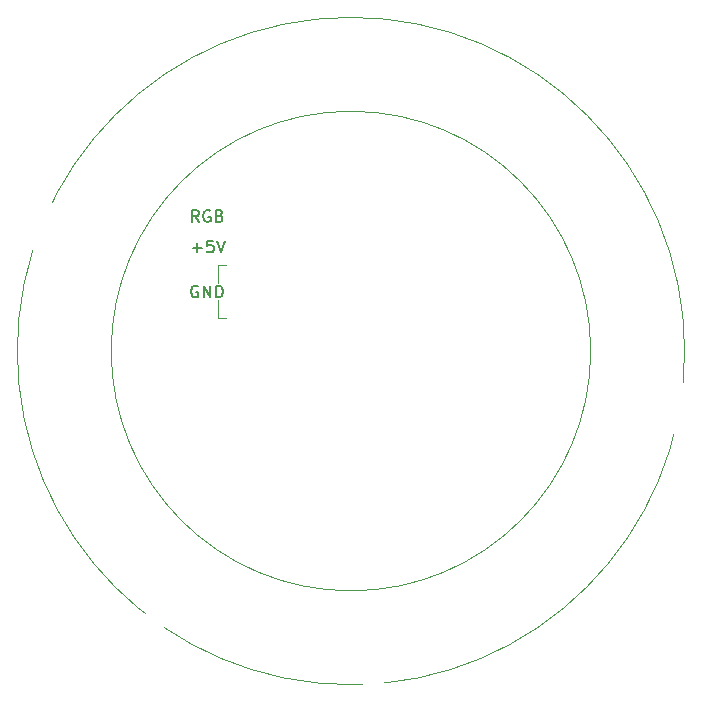
<source format=gbr>
%TF.GenerationSoftware,KiCad,Pcbnew,7.0.6*%
%TF.CreationDate,2023-07-27T21:49:21+01:00*%
%TF.ProjectId,Kiwano,4b697761-6e6f-42e6-9b69-6361645f7063,V1.0*%
%TF.SameCoordinates,Original*%
%TF.FileFunction,Legend,Top*%
%TF.FilePolarity,Positive*%
%FSLAX46Y46*%
G04 Gerber Fmt 4.6, Leading zero omitted, Abs format (unit mm)*
G04 Created by KiCad (PCBNEW 7.0.6) date 2023-07-27 21:49:21*
%MOMM*%
%LPD*%
G01*
G04 APERTURE LIST*
%ADD10C,0.120000*%
%ADD11C,0.150000*%
%ADD12C,0.100000*%
%ADD13C,1.152000*%
%ADD14C,6.000000*%
%ADD15C,2.200000*%
%ADD16C,4.000000*%
%ADD17C,4.200000*%
%ADD18C,2.000000*%
%ADD19C,4.400000*%
%ADD20C,3.200000*%
%ADD21C,1.700000*%
%ADD22O,1.700000X1.700000*%
%ADD23R,1.700000X1.700000*%
%ADD24R,1.200000X1.200000*%
%ADD25C,1.200000*%
G04 APERTURE END LIST*
D10*
X64400013Y-57179989D02*
X63700007Y-57179993D01*
X63700007Y-57179993D02*
X63700009Y-55700002D01*
X64400009Y-52729994D02*
X63700007Y-52729991D01*
X63699998Y-54200000D02*
X63700003Y-52729994D01*
D11*
X62038091Y-54502439D02*
X61942853Y-54454820D01*
X61942853Y-54454820D02*
X61799996Y-54454820D01*
X61799996Y-54454820D02*
X61657139Y-54502439D01*
X61657139Y-54502439D02*
X61561901Y-54597677D01*
X61561901Y-54597677D02*
X61514282Y-54692915D01*
X61514282Y-54692915D02*
X61466663Y-54883391D01*
X61466663Y-54883391D02*
X61466663Y-55026248D01*
X61466663Y-55026248D02*
X61514282Y-55216724D01*
X61514282Y-55216724D02*
X61561901Y-55311962D01*
X61561901Y-55311962D02*
X61657139Y-55407201D01*
X61657139Y-55407201D02*
X61799996Y-55454820D01*
X61799996Y-55454820D02*
X61895234Y-55454820D01*
X61895234Y-55454820D02*
X62038091Y-55407201D01*
X62038091Y-55407201D02*
X62085710Y-55359581D01*
X62085710Y-55359581D02*
X62085710Y-55026248D01*
X62085710Y-55026248D02*
X61895234Y-55026248D01*
X62514282Y-55454820D02*
X62514282Y-54454820D01*
X62514282Y-54454820D02*
X63085710Y-55454820D01*
X63085710Y-55454820D02*
X63085710Y-54454820D01*
X63561901Y-55454820D02*
X63561901Y-54454820D01*
X63561901Y-54454820D02*
X63799996Y-54454820D01*
X63799996Y-54454820D02*
X63942853Y-54502439D01*
X63942853Y-54502439D02*
X64038091Y-54597677D01*
X64038091Y-54597677D02*
X64085710Y-54692915D01*
X64085710Y-54692915D02*
X64133329Y-54883391D01*
X64133329Y-54883391D02*
X64133329Y-55026248D01*
X64133329Y-55026248D02*
X64085710Y-55216724D01*
X64085710Y-55216724D02*
X64038091Y-55311962D01*
X64038091Y-55311962D02*
X63942853Y-55407201D01*
X63942853Y-55407201D02*
X63799996Y-55454820D01*
X63799996Y-55454820D02*
X63561901Y-55454820D01*
X61614284Y-51273866D02*
X62376189Y-51273866D01*
X61995236Y-51654819D02*
X61995236Y-50892914D01*
X63328569Y-50654819D02*
X62852379Y-50654819D01*
X62852379Y-50654819D02*
X62804760Y-51131009D01*
X62804760Y-51131009D02*
X62852379Y-51083390D01*
X62852379Y-51083390D02*
X62947617Y-51035771D01*
X62947617Y-51035771D02*
X63185712Y-51035771D01*
X63185712Y-51035771D02*
X63280950Y-51083390D01*
X63280950Y-51083390D02*
X63328569Y-51131009D01*
X63328569Y-51131009D02*
X63376188Y-51226247D01*
X63376188Y-51226247D02*
X63376188Y-51464342D01*
X63376188Y-51464342D02*
X63328569Y-51559580D01*
X63328569Y-51559580D02*
X63280950Y-51607200D01*
X63280950Y-51607200D02*
X63185712Y-51654819D01*
X63185712Y-51654819D02*
X62947617Y-51654819D01*
X62947617Y-51654819D02*
X62852379Y-51607200D01*
X62852379Y-51607200D02*
X62804760Y-51559580D01*
X63661903Y-50654819D02*
X63995236Y-51654819D01*
X63995236Y-51654819D02*
X64328569Y-50654819D01*
X62109523Y-49054819D02*
X61776190Y-48578628D01*
X61538095Y-49054819D02*
X61538095Y-48054819D01*
X61538095Y-48054819D02*
X61919047Y-48054819D01*
X61919047Y-48054819D02*
X62014285Y-48102438D01*
X62014285Y-48102438D02*
X62061904Y-48150057D01*
X62061904Y-48150057D02*
X62109523Y-48245295D01*
X62109523Y-48245295D02*
X62109523Y-48388152D01*
X62109523Y-48388152D02*
X62061904Y-48483390D01*
X62061904Y-48483390D02*
X62014285Y-48531009D01*
X62014285Y-48531009D02*
X61919047Y-48578628D01*
X61919047Y-48578628D02*
X61538095Y-48578628D01*
X63061904Y-48102438D02*
X62966666Y-48054819D01*
X62966666Y-48054819D02*
X62823809Y-48054819D01*
X62823809Y-48054819D02*
X62680952Y-48102438D01*
X62680952Y-48102438D02*
X62585714Y-48197676D01*
X62585714Y-48197676D02*
X62538095Y-48292914D01*
X62538095Y-48292914D02*
X62490476Y-48483390D01*
X62490476Y-48483390D02*
X62490476Y-48626247D01*
X62490476Y-48626247D02*
X62538095Y-48816723D01*
X62538095Y-48816723D02*
X62585714Y-48911961D01*
X62585714Y-48911961D02*
X62680952Y-49007200D01*
X62680952Y-49007200D02*
X62823809Y-49054819D01*
X62823809Y-49054819D02*
X62919047Y-49054819D01*
X62919047Y-49054819D02*
X63061904Y-49007200D01*
X63061904Y-49007200D02*
X63109523Y-48959580D01*
X63109523Y-48959580D02*
X63109523Y-48626247D01*
X63109523Y-48626247D02*
X62919047Y-48626247D01*
X63871428Y-48531009D02*
X64014285Y-48578628D01*
X64014285Y-48578628D02*
X64061904Y-48626247D01*
X64061904Y-48626247D02*
X64109523Y-48721485D01*
X64109523Y-48721485D02*
X64109523Y-48864342D01*
X64109523Y-48864342D02*
X64061904Y-48959580D01*
X64061904Y-48959580D02*
X64014285Y-49007200D01*
X64014285Y-49007200D02*
X63919047Y-49054819D01*
X63919047Y-49054819D02*
X63538095Y-49054819D01*
X63538095Y-49054819D02*
X63538095Y-48054819D01*
X63538095Y-48054819D02*
X63871428Y-48054819D01*
X63871428Y-48054819D02*
X63966666Y-48102438D01*
X63966666Y-48102438D02*
X64014285Y-48150057D01*
X64014285Y-48150057D02*
X64061904Y-48245295D01*
X64061904Y-48245295D02*
X64061904Y-48340533D01*
X64061904Y-48340533D02*
X64014285Y-48435771D01*
X64014285Y-48435771D02*
X63966666Y-48483390D01*
X63966666Y-48483390D02*
X63871428Y-48531009D01*
X63871428Y-48531009D02*
X63538095Y-48531009D01*
D12*
%TO.C,SW1*%
X95299999Y-60000000D02*
G75*
G03*
X95299999Y-60000000I-20299999J0D01*
G01*
X103250000Y-60000000D02*
G75*
G03*
X103250000Y-60000000I-28250000J0D01*
G01*
%TD*%
%LPC*%
D13*
%TO.C,H2*%
X74999999Y-30000001D03*
%TD*%
%TO.C,H1*%
X100980762Y-74999999D03*
%TD*%
D14*
%TO.C,H6*%
X52726137Y-82273864D03*
%TD*%
%TO.C,H9*%
X52726136Y-37726137D03*
%TD*%
%TO.C,H8*%
X97273864Y-82273863D03*
%TD*%
D15*
%TO.C,SW1*%
X95787076Y-72000993D03*
D16*
X97689680Y-53920318D03*
D17*
X68911112Y-82685102D03*
D16*
X58386888Y-43386888D03*
D15*
X51107185Y-57906342D03*
D18*
X85672275Y-31851243D03*
X80865966Y-30473056D03*
X83269121Y-31162149D03*
D19*
X103067021Y-64948973D03*
D20*
X77058909Y-89441319D03*
X57654764Y-83876954D03*
D19*
X48575260Y-49323712D03*
%TD*%
D21*
%TO.C,J3*%
X65500000Y-48600000D03*
D22*
X65500000Y-51140000D03*
D23*
X65500000Y-53680000D03*
X65500000Y-56220000D03*
%TD*%
D14*
%TO.C,H7*%
X97273863Y-37726136D03*
%TD*%
D13*
%TO.C,H3*%
X49019238Y-75000001D03*
%TD*%
D14*
%TO.C,H5*%
X88800003Y-60000000D03*
%TD*%
D24*
%TO.C,U1*%
X80350000Y-54340000D03*
D25*
X80350000Y-56120000D03*
X80350000Y-57900000D03*
X80350000Y-59680000D03*
X80350000Y-61460000D03*
X80350000Y-63240000D03*
X80350000Y-65020000D03*
X80350000Y-66800000D03*
X69650000Y-67690000D03*
X69650000Y-65910000D03*
X69650000Y-64130000D03*
X69650000Y-62350000D03*
X69650000Y-60570000D03*
X69650000Y-58790000D03*
X69650000Y-57010000D03*
X69650000Y-55230000D03*
%TD*%
D14*
%TO.C,H4*%
X61200001Y-59999953D03*
%TD*%
%LPD*%
M02*

</source>
